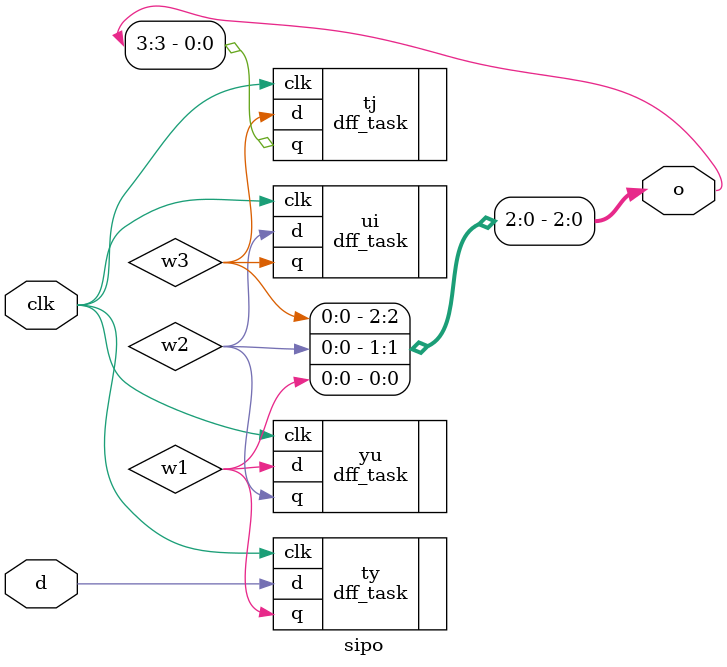
<source format=sv>
module sipo(d,clk,o);

input d,clk;
output [3:0]o;
wire w1,w2,w3;

dff_task ty (.d(d),.clk(clk),.q(w1));
dff_task yu (.d(w1),.clk(clk),.q(w2));
dff_task ui (.d(w2),.clk(clk),.q(w3));
dff_task tj (.d(w3),.clk(clk),.q(o[3]));

assign o[0] = w1;
assign o[1] = w2;
assign o[2] = w3;

endmodule
</source>
